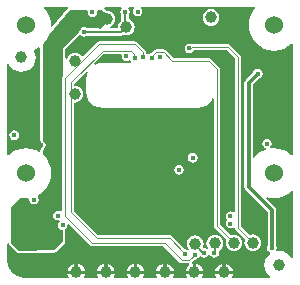
<source format=gbl>
G04*
G04 #@! TF.GenerationSoftware,Altium Limited,Altium Designer,19.1.8 (144)*
G04*
G04 Layer_Physical_Order=4*
G04 Layer_Color=16711680*
%FSLAX44Y44*%
%MOMM*%
G71*
G01*
G75*
%ADD12C,0.2000*%
%ADD50C,1.0000*%
%ADD51C,0.3000*%
%ADD53C,0.1500*%
%ADD56C,0.1000*%
%ADD59C,1.5240*%
%ADD60C,0.3000*%
%ADD61C,0.4000*%
G36*
X89224Y113730D02*
X87136Y111186D01*
X85151Y107472D01*
X83929Y103441D01*
X83516Y99250D01*
X83929Y95059D01*
X85151Y91028D01*
X87136Y87314D01*
X89808Y84058D01*
X93064Y81386D01*
X96778Y79401D01*
X100809Y78179D01*
X105000Y77766D01*
X109191Y78179D01*
X113222Y79401D01*
X116936Y81386D01*
X119730Y83680D01*
X121000Y83082D01*
Y-10506D01*
X119730Y-10857D01*
X116751Y-8413D01*
X113095Y-6458D01*
X109127Y-5255D01*
X105000Y-4848D01*
X102334Y-5111D01*
X101884Y-3884D01*
X102768Y-2561D01*
X103078Y-1000D01*
X102768Y561D01*
X101884Y1884D01*
X100561Y2768D01*
X99000Y3078D01*
X97439Y2768D01*
X96116Y1884D01*
X95232Y561D01*
X94922Y-1000D01*
X95232Y-2561D01*
X96116Y-3884D01*
X97439Y-4768D01*
X97840Y-4848D01*
X97904Y-6155D01*
X96905Y-6458D01*
X93249Y-8413D01*
X90043Y-11043D01*
X88289Y-13182D01*
X87019Y-12727D01*
Y48876D01*
X92459Y54316D01*
X92811Y54386D01*
X94134Y55270D01*
X95018Y56593D01*
X95328Y58154D01*
X95018Y59715D01*
X94134Y61038D01*
X92811Y61922D01*
X91250Y62232D01*
X89689Y61922D01*
X88366Y61038D01*
X87482Y59715D01*
X87412Y59363D01*
X80927Y52877D01*
X80153Y51720D01*
X79881Y50354D01*
Y-37700D01*
X80153Y-39066D01*
X80927Y-40223D01*
X99431Y-58728D01*
Y-87641D01*
X99232Y-87939D01*
X98922Y-89500D01*
X99232Y-91061D01*
X100116Y-92384D01*
X101195Y-93105D01*
X101495Y-94475D01*
X100352Y-95352D01*
X98409Y-97885D01*
X97187Y-100835D01*
X96770Y-104000D01*
X97187Y-107165D01*
X98409Y-110115D01*
X100352Y-112648D01*
X101763Y-113730D01*
X101332Y-115000D01*
X69603D01*
X69041Y-113861D01*
X69086Y-113802D01*
X69846Y-111968D01*
X69908Y-111500D01*
X62500D01*
X55092D01*
X55154Y-111968D01*
X55914Y-113802D01*
X55959Y-113861D01*
X55397Y-115000D01*
X44603D01*
X44041Y-113861D01*
X44086Y-113802D01*
X44846Y-111968D01*
X44908Y-111500D01*
X37500D01*
X30092D01*
X30154Y-111968D01*
X30914Y-113802D01*
X30959Y-113861D01*
X30397Y-115000D01*
X19603D01*
X19041Y-113861D01*
X19086Y-113802D01*
X19846Y-111968D01*
X19908Y-111500D01*
X12500D01*
Y-110000D01*
D01*
Y-111500D01*
X5092D01*
X5154Y-111968D01*
X5914Y-113802D01*
X5959Y-113861D01*
X5397Y-115000D01*
X-5397D01*
X-5959Y-113861D01*
X-5914Y-113802D01*
X-5154Y-111968D01*
X-5093Y-111500D01*
X-12500D01*
X-19908D01*
X-19846Y-111968D01*
X-19086Y-113802D01*
X-19042Y-113861D01*
X-19603Y-115000D01*
X-30397D01*
X-30959Y-113861D01*
X-30914Y-113802D01*
X-30154Y-111968D01*
X-30092Y-111500D01*
X-37500D01*
Y-110000D01*
D01*
Y-111500D01*
X-44908D01*
X-44846Y-111968D01*
X-44086Y-113802D01*
X-44041Y-113861D01*
X-44603Y-115000D01*
X-55397D01*
X-55959Y-113861D01*
X-55914Y-113802D01*
X-55154Y-111968D01*
X-55092Y-111500D01*
X-62500D01*
Y-110000D01*
D01*
Y-111500D01*
X-69908D01*
X-69846Y-111968D01*
X-69086Y-113802D01*
X-69041Y-113861D01*
X-69603Y-115000D01*
X-106576D01*
X-109667Y-114385D01*
X-112579Y-113179D01*
X-115199Y-111428D01*
X-117428Y-109199D01*
X-119179Y-106579D01*
X-120385Y-103667D01*
X-121000Y-100576D01*
Y-85673D01*
X-119730Y-85548D01*
X-119634Y-86030D01*
X-119192Y-86692D01*
X-119192Y-86692D01*
X-112692Y-93192D01*
X-112685Y-93197D01*
X-112680Y-93204D01*
X-112355Y-93417D01*
X-112030Y-93634D01*
X-112022Y-93636D01*
X-112015Y-93640D01*
X-111633Y-93713D01*
X-111250Y-93789D01*
X-111242Y-93787D01*
X-111233Y-93789D01*
X-81233Y-93539D01*
X-80853Y-93460D01*
X-80470Y-93384D01*
X-80462Y-93379D01*
X-80454Y-93377D01*
X-80131Y-93158D01*
X-79808Y-92942D01*
X-72308Y-85442D01*
X-71866Y-84780D01*
X-71711Y-84000D01*
Y-74534D01*
X-71730Y-74434D01*
X-71721Y-74334D01*
X-71808Y-74047D01*
X-71866Y-73753D01*
X-71921Y-73671D01*
X-71116Y-73134D01*
X-70232Y-71811D01*
X-69922Y-70250D01*
X-70051Y-69600D01*
X-68881Y-68974D01*
X-50552Y-87302D01*
X-49725Y-87855D01*
X-48750Y-88049D01*
X11194D01*
X24948Y-101802D01*
X25775Y-102355D01*
X26750Y-102549D01*
X32738D01*
X33113Y-103214D01*
X33211Y-103787D01*
X32122Y-104622D01*
X30914Y-106198D01*
X30154Y-108032D01*
X30092Y-108500D01*
X36000D01*
Y-102592D01*
X35779Y-102621D01*
X35309Y-102012D01*
X35124Y-101481D01*
X37355Y-99250D01*
X37750Y-99328D01*
X39311Y-99018D01*
X40634Y-98134D01*
X41518Y-96811D01*
X41542Y-96688D01*
X42866Y-96384D01*
X44189Y-97268D01*
X45750Y-97578D01*
X47311Y-97268D01*
X48634Y-96384D01*
X49456Y-95154D01*
X50125Y-95081D01*
X50794Y-95154D01*
X51616Y-96384D01*
X52939Y-97268D01*
X54500Y-97578D01*
X56061Y-97268D01*
X57384Y-96384D01*
X58268Y-95061D01*
X58578Y-93500D01*
X58268Y-91939D01*
X58209Y-91851D01*
X58280Y-91615D01*
X59742Y-90492D01*
X60865Y-89030D01*
X61570Y-87327D01*
X61810Y-85500D01*
X61570Y-83673D01*
X60865Y-81970D01*
X59742Y-80508D01*
X58280Y-79385D01*
X56577Y-78680D01*
X54750Y-78440D01*
X52923Y-78680D01*
X51220Y-79385D01*
X49758Y-80508D01*
X48636Y-81970D01*
X47930Y-83673D01*
X47690Y-85500D01*
X47930Y-87327D01*
X48636Y-89030D01*
X48730Y-89153D01*
X47850Y-90092D01*
X47311Y-89732D01*
X45750Y-89422D01*
X45645Y-89443D01*
X44723Y-88414D01*
X45070Y-87577D01*
X45310Y-85750D01*
X45070Y-83923D01*
X44365Y-82220D01*
X43243Y-80758D01*
X41780Y-79636D01*
X40077Y-78930D01*
X38250Y-78690D01*
X36423Y-78930D01*
X34720Y-79636D01*
X33258Y-80758D01*
X32136Y-82220D01*
X31430Y-83923D01*
X31190Y-85750D01*
X31430Y-87577D01*
X32136Y-89280D01*
X32621Y-89913D01*
X31741Y-90853D01*
X31561Y-90732D01*
X30000Y-90422D01*
X29605Y-90500D01*
X18302Y-79198D01*
X17476Y-78645D01*
X16500Y-78451D01*
X-43694D01*
X-64451Y-57694D01*
Y33074D01*
X-63750Y33689D01*
X-61922Y33930D01*
X-60220Y34635D01*
X-58757Y35757D01*
X-57635Y37220D01*
X-56930Y38922D01*
X-56689Y40750D01*
X-56930Y42577D01*
X-57635Y44280D01*
X-58757Y45742D01*
X-60220Y46864D01*
X-61922Y47570D01*
X-63750Y47810D01*
X-64451Y48425D01*
Y49694D01*
X-53480Y60665D01*
X-52404Y59946D01*
X-53639Y56964D01*
X-54120Y53309D01*
X-54058D01*
Y43309D01*
X-54120D01*
X-53639Y39654D01*
X-52228Y36248D01*
X-49984Y33324D01*
X-47059Y31080D01*
X-43654Y29669D01*
X-39999Y29188D01*
Y29250D01*
X40001D01*
Y29188D01*
X43656Y29669D01*
X47061Y31080D01*
X49986Y33324D01*
X52230Y36248D01*
X52681Y37338D01*
X53951Y37085D01*
Y-70750D01*
X54145Y-71725D01*
X54698Y-72552D01*
X64587Y-82441D01*
X64180Y-83423D01*
X63940Y-85250D01*
X64180Y-87077D01*
X64886Y-88780D01*
X66008Y-90242D01*
X67470Y-91364D01*
X69173Y-92070D01*
X71000Y-92310D01*
X72827Y-92070D01*
X74530Y-91364D01*
X75992Y-90242D01*
X77115Y-88780D01*
X77820Y-87077D01*
X78060Y-85250D01*
X77820Y-83423D01*
X77115Y-81720D01*
X75992Y-80258D01*
X74530Y-79135D01*
X72827Y-78430D01*
X71000Y-78190D01*
X69173Y-78430D01*
X68192Y-78837D01*
X59049Y-69694D01*
Y62000D01*
X58855Y62976D01*
X58302Y63802D01*
X51302Y70802D01*
X50476Y71355D01*
X49500Y71549D01*
X19806D01*
X13302Y78052D01*
X12476Y78605D01*
X11500Y78799D01*
X5000D01*
X4025Y78605D01*
X3198Y78052D01*
X698Y75552D01*
X633Y75456D01*
X-311Y75268D01*
X-1083Y74752D01*
X-2705Y74893D01*
X-2866Y75134D01*
X-3201Y75358D01*
Y76250D01*
X-3395Y77225D01*
X-3948Y78052D01*
X-10698Y84802D01*
X-11525Y85355D01*
X-12500Y85549D01*
X-43500D01*
X-44475Y85355D01*
X-45302Y84802D01*
X-57037Y73068D01*
X-58304Y73151D01*
X-58758Y73742D01*
X-60220Y74865D01*
X-61923Y75570D01*
X-63750Y75810D01*
X-65577Y75570D01*
X-67280Y74865D01*
X-68742Y73742D01*
X-69865Y72280D01*
X-70441Y70889D01*
X-71711Y71141D01*
Y78905D01*
X-59878Y90739D01*
X-58634Y90616D01*
X-57311Y89732D01*
X-55750Y89422D01*
X-54189Y89732D01*
X-53128Y90441D01*
X-24250D01*
X-24250Y90441D01*
X-23080Y90674D01*
X-22364Y91152D01*
X-21827Y90930D01*
X-20000Y90690D01*
X-18173Y90930D01*
X-16470Y91636D01*
X-15007Y92758D01*
X-13886Y94220D01*
X-13180Y95923D01*
X-12940Y97750D01*
X-13180Y99577D01*
X-13886Y101280D01*
X-15007Y102743D01*
X-16470Y103864D01*
X-18173Y104570D01*
X-18191Y104572D01*
Y108128D01*
X-17482Y109189D01*
X-17172Y110750D01*
X-17482Y112311D01*
X-18366Y113634D01*
X-18510Y113730D01*
X-18125Y115000D01*
X-13625D01*
X-13240Y113730D01*
X-13384Y113634D01*
X-14268Y112311D01*
X-14578Y110750D01*
X-14268Y109189D01*
X-13384Y107866D01*
X-12061Y106982D01*
X-10500Y106672D01*
X-8939Y106982D01*
X-7616Y107866D01*
X-6732Y109189D01*
X-6422Y110750D01*
X-6732Y112311D01*
X-7616Y113634D01*
X-7760Y113730D01*
X-7375Y115000D01*
X88624D01*
X89224Y113730D01*
D02*
G37*
G36*
X-40205Y110980D02*
X-40553Y110836D01*
X-42127Y109628D01*
X-43336Y108053D01*
X-44096Y106218D01*
X-44158Y105750D01*
X-36750D01*
Y102750D01*
X-44158D01*
X-44096Y102282D01*
X-43336Y100448D01*
X-42127Y98872D01*
X-40767Y97829D01*
X-40898Y96975D01*
X-41107Y96559D01*
X-53128D01*
X-54189Y97268D01*
X-55750Y97578D01*
X-57311Y97268D01*
X-58634Y96384D01*
X-59518Y95061D01*
X-59786Y93714D01*
X-73750Y79750D01*
Y56355D01*
X-74052Y56052D01*
X-74605Y55226D01*
X-74799Y54250D01*
Y-57801D01*
X-76069Y-58479D01*
X-76439Y-58232D01*
X-78000Y-57922D01*
X-79561Y-58232D01*
X-80884Y-59116D01*
X-81768Y-60439D01*
X-82078Y-62000D01*
X-81768Y-63561D01*
X-80884Y-64884D01*
X-79561Y-65768D01*
X-78000Y-66078D01*
X-76921Y-65864D01*
X-76426Y-67060D01*
X-76884Y-67366D01*
X-77768Y-68689D01*
X-78078Y-70250D01*
X-77768Y-71811D01*
X-76884Y-73134D01*
X-75561Y-74018D01*
X-74000Y-74328D01*
X-73750Y-74534D01*
Y-84000D01*
X-81250Y-91500D01*
X-111250Y-91750D01*
X-117750Y-85250D01*
Y-54500D01*
X-110500Y-47250D01*
X-109161Y-46735D01*
X-109127Y-46745D01*
X-105000Y-47152D01*
X-103322Y-46987D01*
X-102260Y-48158D01*
X-102329Y-48503D01*
X-102018Y-50063D01*
X-101134Y-51386D01*
X-99811Y-52270D01*
X-98250Y-52581D01*
X-96689Y-52270D01*
X-95366Y-51386D01*
X-94482Y-50063D01*
X-94172Y-48503D01*
X-94482Y-46942D01*
X-95100Y-46017D01*
X-94941Y-44492D01*
X-93249Y-43587D01*
X-90043Y-40957D01*
X-87413Y-37751D01*
X-85458Y-34095D01*
X-84255Y-30127D01*
X-83848Y-26000D01*
X-84255Y-21874D01*
X-85458Y-17905D01*
X-87413Y-14249D01*
X-90043Y-11043D01*
X-90750Y-10464D01*
Y-6115D01*
X-89656Y-5384D01*
X-88772Y-4061D01*
X-88462Y-2500D01*
X-88772Y-939D01*
X-89656Y384D01*
X-90750Y1115D01*
Y83463D01*
X-90043Y84043D01*
X-87413Y87249D01*
X-85681Y90489D01*
X-68000Y112250D01*
X-53747D01*
X-52794Y110980D01*
X-52939Y110250D01*
X-52629Y108689D01*
X-51745Y107366D01*
X-50422Y106482D01*
X-48861Y106172D01*
X-47300Y106482D01*
X-45977Y107366D01*
X-45093Y108689D01*
X-44783Y110250D01*
X-44928Y110980D01*
X-43976Y112250D01*
X-40458D01*
X-40205Y110980D01*
D02*
G37*
G36*
X-69416Y114267D02*
X-69385Y113730D01*
X-69442Y113692D01*
X-69501Y113604D01*
X-69583Y113536D01*
X-82796Y97273D01*
X-83971Y97756D01*
X-83848Y99000D01*
X-84255Y103126D01*
X-85458Y107094D01*
X-87413Y110751D01*
X-89857Y113730D01*
X-89506Y115000D01*
X-69806D01*
X-69416Y114267D01*
D02*
G37*
G36*
X-23990Y113730D02*
X-24134Y113634D01*
X-25018Y112311D01*
X-25328Y110750D01*
X-25018Y109189D01*
X-24309Y108128D01*
Y103267D01*
X-24992Y102743D01*
X-26114Y101280D01*
X-26820Y99577D01*
X-27060Y97750D01*
X-27029Y97514D01*
X-27867Y96559D01*
X-33708D01*
X-33960Y97829D01*
X-33220Y98135D01*
X-31758Y99258D01*
X-30635Y100720D01*
X-29930Y102423D01*
X-29853Y103008D01*
X-29732Y103189D01*
X-29422Y104750D01*
X-29732Y106311D01*
X-30508Y107471D01*
X-30635Y107780D01*
X-31758Y109242D01*
X-33220Y110365D01*
X-34923Y111070D01*
X-36750Y111310D01*
X-36856Y111297D01*
X-37832Y112273D01*
X-38483Y112708D01*
X-38535Y112833D01*
X-38574Y113030D01*
X-38686Y113197D01*
X-38762Y113383D01*
X-38904Y113525D01*
X-39016Y113692D01*
X-38417Y114796D01*
X-38268Y115000D01*
X-24375D01*
X-23990Y113730D01*
D02*
G37*
G36*
X-23843Y73931D02*
X-24078Y72750D01*
X-23768Y71189D01*
X-22884Y69866D01*
X-21561Y68982D01*
X-20000Y68672D01*
X-18439Y68982D01*
X-17933Y69321D01*
X-16909Y69644D01*
X-16305Y68997D01*
X-16065Y68638D01*
X-16393Y67682D01*
X-16628Y67368D01*
X-39999D01*
Y67430D01*
X-43654Y66948D01*
X-46636Y65713D01*
X-47355Y66790D01*
X-38944Y75201D01*
X-24584D01*
X-23843Y73931D01*
D02*
G37*
G36*
X-92789Y80218D02*
Y1115D01*
X-92750Y918D01*
Y717D01*
X-92673Y531D01*
X-92634Y334D01*
X-92522Y167D01*
X-92445Y-18D01*
X-92303Y-160D01*
X-92192Y-327D01*
X-92025Y-439D01*
X-91883Y-581D01*
X-91126Y-1086D01*
X-90693Y-1735D01*
X-90541Y-2500D01*
X-90693Y-3265D01*
X-91126Y-3914D01*
X-91883Y-4419D01*
X-92025Y-4561D01*
X-92192Y-4673D01*
X-92303Y-4840D01*
X-92445Y-4982D01*
X-92522Y-5167D01*
X-92634Y-5334D01*
X-92673Y-5531D01*
X-92750Y-5717D01*
Y-5918D01*
X-92789Y-6115D01*
Y-7218D01*
X-94059Y-7980D01*
X-96905Y-6458D01*
X-100873Y-5255D01*
X-105000Y-4848D01*
X-109127Y-5255D01*
X-113095Y-6458D01*
X-116751Y-8413D01*
X-119730Y-10857D01*
X-121000Y-10506D01*
Y65968D01*
X-119730Y66220D01*
X-119591Y65885D01*
X-117648Y63352D01*
X-115115Y61409D01*
X-112165Y60187D01*
X-109000Y59770D01*
X-105835Y60187D01*
X-102885Y61409D01*
X-100352Y63352D01*
X-98409Y65885D01*
X-97187Y68835D01*
X-96770Y72000D01*
X-97187Y75165D01*
X-98247Y77724D01*
X-97817Y79182D01*
X-96905Y79458D01*
X-94059Y80980D01*
X-92789Y80218D01*
D02*
G37*
G36*
X121000Y-41494D02*
Y-97968D01*
X119730Y-98220D01*
X119591Y-97885D01*
X117648Y-95352D01*
X115115Y-93409D01*
X112165Y-92187D01*
X109000Y-91770D01*
X107580Y-91957D01*
X106825Y-90776D01*
X107078Y-89500D01*
X106768Y-87939D01*
X106569Y-87641D01*
Y-57250D01*
X106297Y-55884D01*
X105523Y-54727D01*
X97997Y-47200D01*
X98670Y-46077D01*
X100873Y-46745D01*
X105000Y-47152D01*
X109127Y-46745D01*
X113095Y-45542D01*
X116751Y-43587D01*
X119730Y-41143D01*
X121000Y-41494D01*
D02*
G37*
%LPC*%
G36*
X51500Y112810D02*
X49673Y112570D01*
X47970Y111865D01*
X46508Y110743D01*
X45385Y109280D01*
X44680Y107577D01*
X44440Y105750D01*
X44680Y103923D01*
X45385Y102220D01*
X46508Y100758D01*
X47970Y99635D01*
X49673Y98930D01*
X51500Y98690D01*
X53327Y98930D01*
X55030Y99635D01*
X56492Y100758D01*
X57614Y102220D01*
X58320Y103923D01*
X58560Y105750D01*
X58320Y107577D01*
X57614Y109280D01*
X56492Y110743D01*
X55030Y111865D01*
X53327Y112570D01*
X51500Y112810D01*
D02*
G37*
G36*
X36250Y-8922D02*
X34689Y-9232D01*
X33366Y-10116D01*
X32482Y-11439D01*
X32172Y-13000D01*
X32482Y-14561D01*
X33366Y-15884D01*
X34689Y-16768D01*
X36250Y-17078D01*
X37811Y-16768D01*
X39134Y-15884D01*
X40018Y-14561D01*
X40328Y-13000D01*
X40018Y-11439D01*
X39134Y-10116D01*
X37811Y-9232D01*
X36250Y-8922D01*
D02*
G37*
G36*
X24500Y-19172D02*
X22939Y-19482D01*
X21616Y-20366D01*
X20732Y-21689D01*
X20422Y-23250D01*
X20732Y-24811D01*
X21616Y-26134D01*
X22939Y-27018D01*
X24500Y-27328D01*
X26061Y-27018D01*
X27384Y-26134D01*
X28268Y-24811D01*
X28578Y-23250D01*
X28268Y-21689D01*
X27384Y-20366D01*
X26061Y-19482D01*
X24500Y-19172D01*
D02*
G37*
G36*
X33250Y83578D02*
X31689Y83268D01*
X30366Y82384D01*
X29482Y81061D01*
X29172Y79500D01*
X29482Y77939D01*
X30366Y76616D01*
X31689Y75732D01*
X33250Y75422D01*
X34811Y75732D01*
X36134Y76616D01*
X37018Y77939D01*
X37120Y78451D01*
X64694D01*
X71701Y71444D01*
Y-58727D01*
X70431Y-59314D01*
X69561Y-58732D01*
X68000Y-58422D01*
X66439Y-58732D01*
X65116Y-59616D01*
X64232Y-60939D01*
X63922Y-62500D01*
X64232Y-64061D01*
X65116Y-65384D01*
Y-65866D01*
X64232Y-67189D01*
X63922Y-68750D01*
X64232Y-70311D01*
X65116Y-71634D01*
X66439Y-72518D01*
X68000Y-72828D01*
X69561Y-72518D01*
X70431Y-71936D01*
X71070Y-72094D01*
X71725Y-72450D01*
X71745Y-72470D01*
X71895Y-73225D01*
X72448Y-74052D01*
X80587Y-82191D01*
X80180Y-83173D01*
X79940Y-85000D01*
X80180Y-86827D01*
X80885Y-88530D01*
X82008Y-89993D01*
X83470Y-91115D01*
X85173Y-91820D01*
X87000Y-92060D01*
X88827Y-91820D01*
X90530Y-91115D01*
X91992Y-89993D01*
X93115Y-88530D01*
X93820Y-86827D01*
X94060Y-85000D01*
X93820Y-83173D01*
X93115Y-81470D01*
X91992Y-80008D01*
X90530Y-78885D01*
X88827Y-78180D01*
X87000Y-77940D01*
X85173Y-78180D01*
X84192Y-78587D01*
X76799Y-71194D01*
Y72500D01*
X76605Y73475D01*
X76052Y74302D01*
X67552Y82802D01*
X66726Y83355D01*
X65750Y83549D01*
X35500D01*
X34525Y83355D01*
X34490Y83332D01*
X33250Y83578D01*
D02*
G37*
G36*
X39000Y-102592D02*
Y-108500D01*
X44908D01*
X44846Y-108032D01*
X44086Y-106198D01*
X42878Y-104622D01*
X41302Y-103414D01*
X39468Y-102654D01*
X39000Y-102592D01*
D02*
G37*
G36*
X-61000D02*
Y-108500D01*
X-55092D01*
X-55154Y-108032D01*
X-55914Y-106198D01*
X-57122Y-104622D01*
X-58698Y-103414D01*
X-60532Y-102654D01*
X-61000Y-102592D01*
D02*
G37*
G36*
X-64000D02*
X-64468Y-102654D01*
X-66302Y-103414D01*
X-67878Y-104622D01*
X-69086Y-106198D01*
X-69846Y-108032D01*
X-69908Y-108500D01*
X-64000D01*
Y-102592D01*
D02*
G37*
G36*
X-11000D02*
Y-108500D01*
X-5093D01*
X-5154Y-108032D01*
X-5914Y-106198D01*
X-7123Y-104622D01*
X-8698Y-103414D01*
X-10532Y-102654D01*
X-11000Y-102592D01*
D02*
G37*
G36*
X-14000Y-102592D02*
X-14469Y-102654D01*
X-16303Y-103414D01*
X-17878Y-104622D01*
X-19086Y-106198D01*
X-19846Y-108032D01*
X-19908Y-108500D01*
X-14000D01*
Y-102592D01*
D02*
G37*
G36*
X64000Y-102592D02*
Y-108500D01*
X69908D01*
X69846Y-108032D01*
X69086Y-106198D01*
X67878Y-104622D01*
X66302Y-103414D01*
X64468Y-102654D01*
X64000Y-102592D01*
D02*
G37*
G36*
X14000D02*
Y-108500D01*
X19908D01*
X19846Y-108032D01*
X19086Y-106198D01*
X17878Y-104622D01*
X16302Y-103414D01*
X14468Y-102654D01*
X14000Y-102592D01*
D02*
G37*
G36*
X-36000D02*
Y-108500D01*
X-30092D01*
X-30154Y-108032D01*
X-30914Y-106198D01*
X-32122Y-104622D01*
X-33698Y-103414D01*
X-35532Y-102654D01*
X-36000Y-102592D01*
D02*
G37*
G36*
X61000Y-102592D02*
X60532Y-102654D01*
X58698Y-103414D01*
X57122Y-104622D01*
X55914Y-106198D01*
X55154Y-108032D01*
X55092Y-108500D01*
X61000D01*
Y-102592D01*
D02*
G37*
G36*
X11000D02*
X10532Y-102654D01*
X8698Y-103414D01*
X7122Y-104622D01*
X5914Y-106198D01*
X5154Y-108032D01*
X5092Y-108500D01*
X11000D01*
Y-102592D01*
D02*
G37*
G36*
X-39000D02*
X-39468Y-102654D01*
X-41302Y-103414D01*
X-42878Y-104622D01*
X-44086Y-106198D01*
X-44846Y-108032D01*
X-44908Y-108500D01*
X-39000D01*
Y-102592D01*
D02*
G37*
G36*
X-115000Y10078D02*
X-116561Y9768D01*
X-117884Y8884D01*
X-118768Y7561D01*
X-119078Y6000D01*
X-118768Y4439D01*
X-117884Y3116D01*
X-116561Y2232D01*
X-115000Y1922D01*
X-113439Y2232D01*
X-112116Y3116D01*
X-111232Y4439D01*
X-110922Y6000D01*
X-111232Y7561D01*
X-112116Y8884D01*
X-113439Y9768D01*
X-115000Y10078D01*
D02*
G37*
%LPD*%
D12*
X-21250Y99000D02*
X-20000Y97750D01*
X-21250Y99000D02*
Y110750D01*
X-24250Y93500D02*
X-20000Y97750D01*
X-55750Y93500D02*
X-24250D01*
X-10750Y110500D02*
X-10500Y110750D01*
X-33500Y104679D02*
Y104750D01*
D50*
X71000Y-85250D02*
D03*
X-109000Y72000D02*
D03*
X51500Y105750D02*
D03*
X-20000Y97750D02*
D03*
X-36750Y104250D02*
D03*
X109000Y-104000D02*
D03*
X87000Y-85000D02*
D03*
X-63750Y40750D02*
D03*
X-63750Y68750D02*
D03*
X38250Y-85750D02*
D03*
X54750Y-85500D02*
D03*
X37500Y-110000D02*
D03*
X12500D02*
D03*
X-12500D02*
D03*
X-37500D02*
D03*
X-62500D02*
D03*
X62500D02*
D03*
D51*
X83450Y50354D02*
X91250Y58154D01*
X83450Y-37700D02*
Y50354D01*
Y-37700D02*
X103000Y-57250D01*
Y-89500D02*
Y-57250D01*
X-36750Y104750D02*
X-33571D01*
X-37000D02*
X-36750D01*
Y106144D01*
Y104500D02*
Y104750D01*
X-42000Y109750D02*
X-40356D01*
X-36750Y106144D01*
X-39144Y104750D02*
X-37000D01*
X-36750Y104500D01*
X-42000Y109750D02*
X-37000Y104750D01*
X-42250Y109750D02*
X-42000D01*
X-36750Y104250D02*
Y104500D01*
X-42000Y98000D02*
X-36750Y103250D01*
Y104250D01*
X-39089Y102911D02*
X-37750Y104250D01*
X-42500Y99500D02*
X-39089Y102911D01*
X-38089D01*
X-43089D02*
X-39089D01*
X-38644Y104250D02*
X-37750D01*
X-43000Y99250D02*
X-42750Y99500D01*
X-42500D01*
X-37750Y104250D02*
X-36750D01*
X-71500Y104750D02*
X-39144D01*
X-38644Y104250D01*
X-41644Y107250D02*
X-39144Y104750D01*
X-43750Y107250D02*
X-41644D01*
X-45000Y101000D02*
X-43089Y102911D01*
X-38089D02*
X-36750Y104250D01*
X-33571Y104750D02*
X-33500Y104679D01*
D53*
X45142Y-93500D02*
X45750D01*
X38108Y-86466D02*
X45142Y-93500D01*
X37500Y-86466D02*
X38108D01*
X54500Y-93500D02*
X54625Y-93375D01*
Y-85625D01*
X54750Y-85500D01*
X54500Y-93500D02*
Y-92427D01*
D56*
X-72250Y-62000D02*
Y54250D01*
Y-62000D02*
X-48750Y-85500D01*
X-72250Y54250D02*
X-43500Y83000D01*
X33250Y78750D02*
X35500Y81000D01*
X65750D01*
X74250Y72500D01*
Y-72250D02*
Y72500D01*
X18750Y69000D02*
X49500D01*
X74250Y-72250D02*
X87000Y-85000D01*
X56500Y-70750D02*
X71000Y-85250D01*
X56500Y-70750D02*
Y62000D01*
X49500Y69000D02*
X56500Y62000D01*
X11500Y76250D02*
X18750Y69000D01*
X87000Y-85000D02*
X89000Y-83000D01*
X-65250Y40750D02*
X-64250D01*
X-65500Y41000D02*
X-65250Y40750D01*
X-67000D02*
Y50750D01*
X-64000Y68750D02*
X-63750D01*
X-67000Y50750D02*
X-40000Y77750D01*
X-67000Y-58750D02*
Y40750D01*
Y-58750D02*
X-44750Y-81000D01*
X-5750Y72250D02*
Y76250D01*
X-12500Y83000D02*
X-5750Y76250D01*
X-43500Y83000D02*
X-12500D01*
X-48750Y-85500D02*
X12250D01*
X26750Y-100000D01*
X33000D01*
X37750Y-95250D01*
X-44750Y-81000D02*
X16500D01*
X30000Y-94500D01*
X-40000Y77750D02*
X-16250D01*
X-13250Y74750D01*
Y71500D02*
Y74750D01*
Y71500D02*
X-13000Y71250D01*
X5000Y76250D02*
X11500D01*
X2500Y73750D02*
X5000Y76250D01*
X2500Y73562D02*
Y73750D01*
X1250Y72312D02*
X2500Y73562D01*
X1250Y71500D02*
Y72312D01*
D59*
X105000Y-25690D02*
D03*
X-105000Y99310D02*
D03*
X105000D02*
D03*
X-105000Y-25690D02*
D03*
D60*
X66445Y-49900D02*
D03*
Y-39900D02*
D03*
D61*
X68000Y-62500D02*
D03*
X84500Y-54750D02*
D03*
X82000Y-45000D02*
D03*
X-114750Y-67000D02*
D03*
X-95500D02*
D03*
X-114750Y-74750D02*
D03*
X-95500Y-75250D02*
D03*
X-78000Y-62000D02*
D03*
X-74000Y-70250D02*
D03*
X114250Y66154D02*
D03*
X99000Y-1000D02*
D03*
X114006Y-2500D02*
D03*
X91250Y58154D02*
D03*
X-115000Y6000D02*
D03*
X-64000Y80729D02*
D03*
X-33500Y24100D02*
D03*
X-92540Y-2500D02*
D03*
X-98250Y-48503D02*
D03*
X105918Y11938D02*
D03*
X40000Y76250D02*
D03*
X33250Y79500D02*
D03*
X90170Y38100D02*
D03*
X79250Y87000D02*
D03*
X69342Y2540D02*
D03*
X33782Y-4318D02*
D03*
X10922Y-26670D02*
D03*
X13208Y-7112D02*
D03*
X24500Y-23250D02*
D03*
X68000Y-68750D02*
D03*
X51000Y107750D02*
D03*
X87000Y-85000D02*
D03*
X69750Y-85250D02*
D03*
X45750Y-93500D02*
D03*
X54500D02*
D03*
X103000Y-89500D02*
D03*
X-55750Y93500D02*
D03*
X-10500Y110750D02*
D03*
X-5000Y109750D02*
D03*
X-21250Y110750D02*
D03*
X-27250Y110000D02*
D03*
X-33500Y104750D02*
D03*
X1250Y71500D02*
D03*
X8500Y72000D02*
D03*
X-13000Y71250D02*
D03*
X-5750Y72250D02*
D03*
X30000Y-94500D02*
D03*
X37750Y-95250D02*
D03*
X-67250Y-76250D02*
D03*
X-47500Y-93500D02*
D03*
X-32500Y-75000D02*
D03*
X-17500D02*
D03*
X-2500Y-93500D02*
D03*
X12500Y-75000D02*
D03*
X42500D02*
D03*
X27500D02*
D03*
X113000Y-53500D02*
D03*
X36250Y-13000D02*
D03*
X91500Y-107750D02*
D03*
X79000Y-98750D02*
D03*
X-91500Y-107750D02*
D03*
X-79000Y-98750D02*
D03*
X-20000Y72750D02*
D03*
X-26750Y72500D02*
D03*
X28000Y109000D02*
D03*
X16000D02*
D03*
X4000D02*
D03*
X-16000Y108250D02*
D03*
X-77250Y109750D02*
D03*
X-48861Y110250D02*
D03*
X12500Y-110000D02*
D03*
X-12500D02*
D03*
X-37500Y-110250D02*
D03*
X-62500Y-110000D02*
D03*
X37500Y-110250D02*
D03*
X62500Y-110000D02*
D03*
X-99000Y25750D02*
D03*
X-106750Y45500D02*
D03*
M02*

</source>
